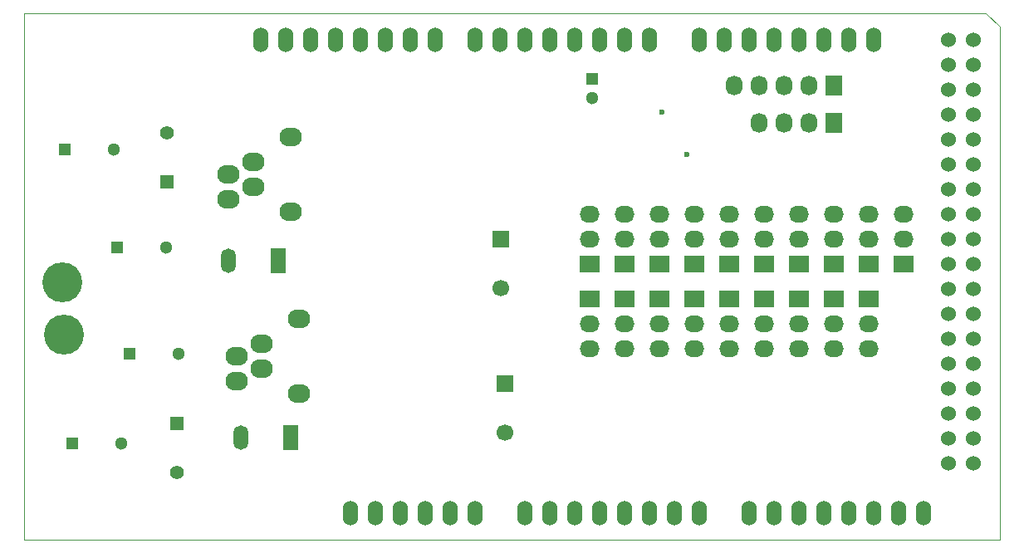
<source format=gbs>
G04 #@! TF.FileFunction,Soldermask,Bot*
%FSLAX46Y46*%
G04 Gerber Fmt 4.6, Leading zero omitted, Abs format (unit mm)*
G04 Created by KiCad (PCBNEW (2015-07-04 BZR 5884)-product) date Tue 14 Jul 2015 20:09:10 CEST*
%MOMM*%
G01*
G04 APERTURE LIST*
%ADD10C,0.050000*%
%ADD11C,0.010000*%
%ADD12C,1.700000*%
%ADD13R,1.700000X1.700000*%
%ADD14O,1.524000X2.540000*%
%ADD15C,1.524000*%
%ADD16R,1.300000X1.300000*%
%ADD17C,1.300000*%
%ADD18R,1.400000X1.400000*%
%ADD19C,1.400000*%
%ADD20R,1.501140X2.499360*%
%ADD21O,1.501140X2.499360*%
%ADD22R,2.032000X1.727200*%
%ADD23O,2.032000X1.727200*%
%ADD24R,1.727200X2.032000*%
%ADD25O,1.727200X2.032000*%
%ADD26C,4.064000*%
%ADD27O,2.286000X1.905000*%
%ADD28C,0.600000*%
G04 APERTURE END LIST*
D10*
D11*
X5080Y5080D02*
X99451160Y5080D01*
X5080Y53721000D02*
X5080Y5080D01*
X98054160Y53721000D02*
X5080Y53721000D01*
X99451160Y52324000D02*
X98054160Y53721000D01*
X99451160Y5080D02*
X99451160Y52324000D01*
D12*
X48585120Y25667960D03*
D13*
X48585120Y30667960D03*
D14*
X68778120Y50987960D03*
X71318120Y50987960D03*
X73858120Y50987960D03*
X76398120Y50987960D03*
X78938120Y50987960D03*
X81478120Y50987960D03*
X84018120Y50987960D03*
X86558120Y50987960D03*
X91638120Y2727960D03*
X89098120Y2727960D03*
X86558120Y2727960D03*
X84018120Y2727960D03*
X73858120Y2727960D03*
X68778120Y2727960D03*
X66238120Y2727960D03*
X76398120Y2727960D03*
X78938120Y2727960D03*
X81478120Y2727960D03*
X63698120Y2727960D03*
X61158120Y2727960D03*
X58618120Y2727960D03*
X50998120Y2727960D03*
X53538120Y2727960D03*
X56078120Y2727960D03*
X45918120Y2727960D03*
X43378120Y2727960D03*
X40838120Y2727960D03*
X35758120Y2727960D03*
X33218120Y2727960D03*
X63698120Y50987960D03*
X61158120Y50987960D03*
X58618120Y50987960D03*
X56078120Y50987960D03*
X53538120Y50987960D03*
X50998120Y50987960D03*
X48458120Y50987960D03*
X45918120Y50987960D03*
X41854120Y50987960D03*
X39314120Y50987960D03*
X36774120Y50987960D03*
X34234120Y50987960D03*
X31694120Y50987960D03*
X29154120Y50987960D03*
X26614120Y50987960D03*
X24074120Y50987960D03*
X38298120Y2727960D03*
D15*
X94178120Y48447960D03*
X96718120Y48447960D03*
X94178120Y45907960D03*
X96718120Y45907960D03*
X94178120Y43367960D03*
X96718120Y43367960D03*
X94178120Y40827960D03*
X96718120Y40827960D03*
X94178120Y50987960D03*
X96718120Y50987960D03*
X96718120Y38287960D03*
X94178120Y38287960D03*
X94178120Y35747960D03*
X96718120Y35747960D03*
X94178120Y33207960D03*
X96718120Y33207960D03*
X94178120Y30667960D03*
X96718120Y30667960D03*
X94178120Y28127960D03*
X96718120Y28127960D03*
X94178120Y25587960D03*
X96718120Y25587960D03*
X94178120Y23047960D03*
X96718120Y23047960D03*
X94178120Y20507960D03*
X96718120Y20507960D03*
X94178120Y17967960D03*
X96718120Y17967960D03*
X94178120Y15427960D03*
X96718120Y15427960D03*
X94178120Y12887960D03*
X96718120Y12887960D03*
X94178120Y10347960D03*
X96718120Y10347960D03*
X94178120Y7807960D03*
X96718120Y7807960D03*
D16*
X9469120Y29778960D03*
D17*
X14469120Y29778960D03*
D16*
X4897120Y9839960D03*
D17*
X9897120Y9839960D03*
D16*
X4135120Y39811960D03*
D17*
X9135120Y39811960D03*
D16*
X10739120Y18983960D03*
D17*
X15739120Y18983960D03*
D18*
X14549120Y36509960D03*
D19*
X14549120Y41509960D03*
D18*
X15565120Y11871960D03*
D19*
X15565120Y6871960D03*
D12*
X48966120Y10935960D03*
D13*
X48966120Y15935960D03*
D16*
X57906920Y47025560D03*
D17*
X57906920Y45025560D03*
D20*
X25852120Y28483560D03*
D21*
X20772120Y28483560D03*
D20*
X27122120Y10411460D03*
D21*
X22042120Y10411460D03*
D22*
X57602120Y28127960D03*
D23*
X57602120Y30667960D03*
X57602120Y33207960D03*
D22*
X61158120Y28127960D03*
D23*
X61158120Y30667960D03*
X61158120Y33207960D03*
D22*
X64714120Y28127960D03*
D23*
X64714120Y30667960D03*
X64714120Y33207960D03*
D22*
X68270120Y28127960D03*
D23*
X68270120Y30667960D03*
X68270120Y33207960D03*
D22*
X71826120Y28127960D03*
D23*
X71826120Y30667960D03*
X71826120Y33207960D03*
D22*
X75382120Y28127960D03*
D23*
X75382120Y30667960D03*
X75382120Y33207960D03*
D22*
X78938120Y28127960D03*
D23*
X78938120Y30667960D03*
X78938120Y33207960D03*
D22*
X82494120Y28127960D03*
D23*
X82494120Y30667960D03*
X82494120Y33207960D03*
D22*
X86050120Y28127960D03*
D23*
X86050120Y30667960D03*
X86050120Y33207960D03*
D22*
X57602120Y24571960D03*
D23*
X57602120Y22031960D03*
X57602120Y19491960D03*
D22*
X61158120Y24571960D03*
D23*
X61158120Y22031960D03*
X61158120Y19491960D03*
D22*
X64714120Y24571960D03*
D23*
X64714120Y22031960D03*
X64714120Y19491960D03*
D22*
X68270120Y24571960D03*
D23*
X68270120Y22031960D03*
X68270120Y19491960D03*
D22*
X71826120Y24571960D03*
D23*
X71826120Y22031960D03*
X71826120Y19491960D03*
D22*
X75382120Y24571960D03*
D23*
X75382120Y22031960D03*
X75382120Y19491960D03*
D22*
X78938120Y24571960D03*
D23*
X78938120Y22031960D03*
X78938120Y19491960D03*
D22*
X82494120Y24571960D03*
D23*
X82494120Y22031960D03*
X82494120Y19491960D03*
D22*
X86050120Y24571960D03*
D23*
X86050120Y22031960D03*
X86050120Y19491960D03*
D24*
X82494120Y46365160D03*
D25*
X79954120Y46365160D03*
X77414120Y46365160D03*
X74874120Y46365160D03*
X72334120Y46365160D03*
D24*
X82494120Y42478960D03*
D25*
X79954120Y42478960D03*
X77414120Y42478960D03*
X74874120Y42478960D03*
D26*
X4008120Y20888960D03*
X3881120Y26222960D03*
D27*
X20772120Y37271960D03*
X20772120Y34731960D03*
X23312120Y36001960D03*
X23312120Y38541960D03*
X27122120Y41081960D03*
X27122120Y33461960D03*
X21661120Y18729960D03*
X21661120Y16189960D03*
X24201120Y17459960D03*
X24201120Y19999960D03*
X28011120Y22539960D03*
X28011120Y14919960D03*
D22*
X89606120Y28127960D03*
D23*
X89606120Y30667960D03*
X89606120Y33207960D03*
D28*
X64968120Y43621960D03*
X67508120Y39303960D03*
M02*

</source>
